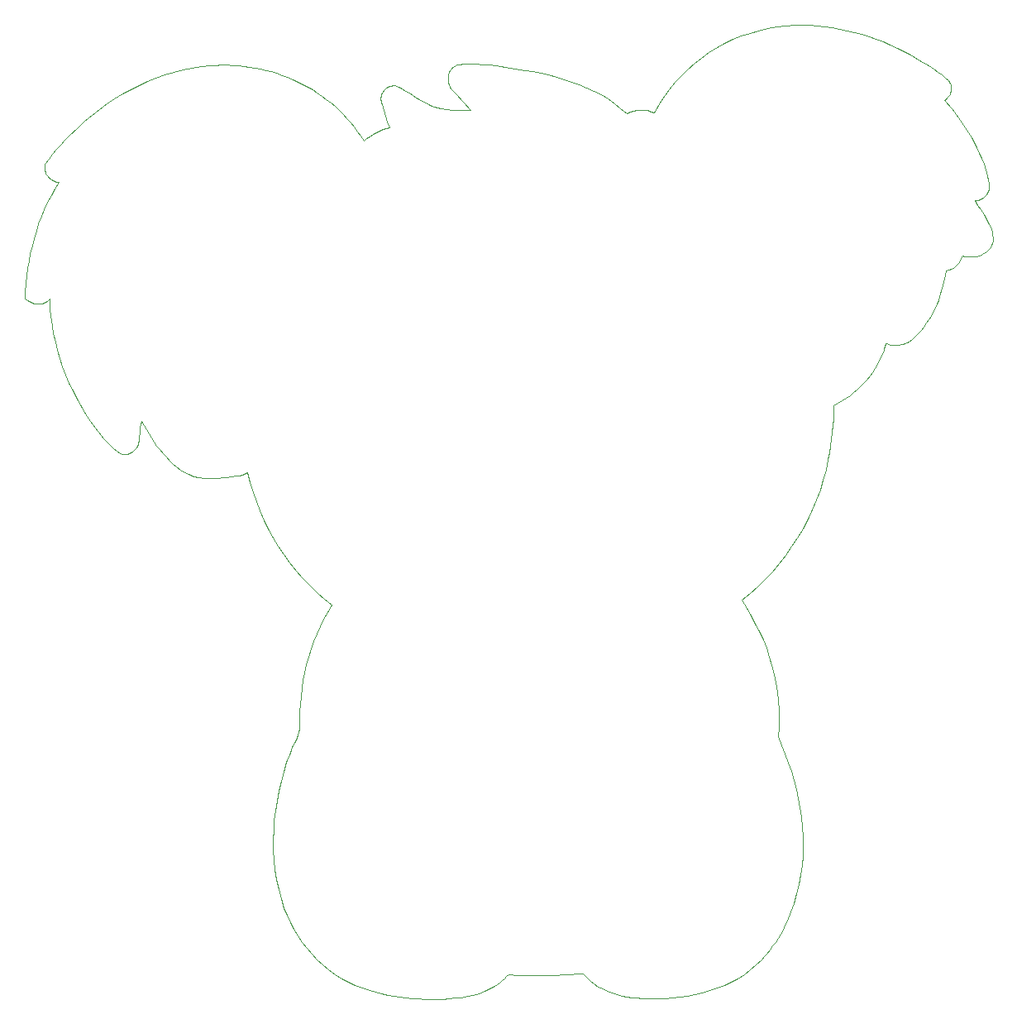
<source format=gbr>
%TF.GenerationSoftware,KiCad,Pcbnew,9.0.6*%
%TF.CreationDate,2025-12-01T23:05:10+01:00*%
%TF.ProjectId,Coala,436f616c-612e-46b6-9963-61645f706362,rev?*%
%TF.SameCoordinates,Original*%
%TF.FileFunction,Profile,NP*%
%FSLAX46Y46*%
G04 Gerber Fmt 4.6, Leading zero omitted, Abs format (unit mm)*
G04 Created by KiCad (PCBNEW 9.0.6) date 2025-12-01 23:05:10*
%MOMM*%
%LPD*%
G01*
G04 APERTURE LIST*
%TA.AperFunction,Profile*%
%ADD10C,0.100000*%
%TD*%
G04 APERTURE END LIST*
D10*
X166393600Y-45519600D02*
X165464500Y-45575600D01*
X165464500Y-45575600D02*
X164540400Y-45684200D01*
X164540400Y-45684200D02*
X163624200Y-45844000D01*
X163624200Y-45844000D02*
X162718200Y-46054100D01*
X162718200Y-46054100D02*
X161825000Y-46313400D01*
X161825000Y-46313400D02*
X160947300Y-46620800D01*
X160947300Y-46620800D02*
X160087600Y-46975200D01*
X160087600Y-46975200D02*
X159248500Y-47375600D01*
X159248500Y-47375600D02*
X158432500Y-47820800D01*
X158432500Y-47820800D02*
X157642300Y-48309800D01*
X157642300Y-48309800D02*
X156880300Y-48841400D01*
X156880300Y-48841400D02*
X156149200Y-49414700D01*
X156149200Y-49414700D02*
X155451500Y-50028500D01*
X155451500Y-50028500D02*
X154789800Y-50681800D01*
X154789800Y-50681800D02*
X154166700Y-51373400D01*
X154166700Y-51373400D02*
X153584800Y-52102400D01*
X153584800Y-52102400D02*
X153149200Y-52670600D01*
X153149200Y-52670600D02*
X152742000Y-53259700D01*
X152742000Y-53259700D02*
X152365100Y-53868500D01*
X152365100Y-53868500D02*
X152020600Y-54496100D01*
X152020600Y-54496100D02*
X151682700Y-54356100D01*
X151682700Y-54356100D02*
X151329900Y-54257200D01*
X151329900Y-54257200D02*
X150967600Y-54200200D01*
X150967600Y-54200200D02*
X150601100Y-54185700D01*
X150601100Y-54185700D02*
X150235900Y-54214400D01*
X150235900Y-54214400D02*
X149877400Y-54287000D01*
X149877400Y-54287000D02*
X149531000Y-54404100D01*
X149531000Y-54404100D02*
X149202200Y-54566400D01*
X149202200Y-54566400D02*
X148582600Y-54016200D01*
X148582600Y-54016200D02*
X147935000Y-53511500D01*
X147935000Y-53511500D02*
X147261400Y-53049800D01*
X147261400Y-53049800D02*
X146564400Y-52628700D01*
X146564400Y-52628700D02*
X145846000Y-52245800D01*
X145846000Y-52245800D02*
X145108700Y-51898700D01*
X145108700Y-51898700D02*
X144354600Y-51585000D01*
X144354600Y-51585000D02*
X143586100Y-51302200D01*
X143586100Y-51302200D02*
X142805500Y-51048000D01*
X142805500Y-51048000D02*
X142014900Y-50819800D01*
X142014900Y-50819800D02*
X141216800Y-50615400D01*
X141216800Y-50615400D02*
X140413300Y-50432300D01*
X140413300Y-50432300D02*
X139606900Y-50268100D01*
X139606900Y-50268100D02*
X138799600Y-50120300D01*
X138799600Y-50120300D02*
X137191900Y-49864500D01*
X137191900Y-49864500D02*
X135844200Y-49684600D01*
X135844200Y-49684600D02*
X135165700Y-49599100D01*
X135165700Y-49599100D02*
X134485900Y-49529300D01*
X134485900Y-49529300D02*
X133806100Y-49485000D01*
X133806100Y-49485000D02*
X133127800Y-49475700D01*
X133127800Y-49475700D02*
X132452100Y-49511000D01*
X132452100Y-49511000D02*
X132115700Y-49548500D01*
X132115700Y-49548500D02*
X131780500Y-49600700D01*
X131780500Y-49600700D02*
X131579400Y-49707500D01*
X131579400Y-49707500D02*
X131405900Y-49840200D01*
X131405900Y-49840200D02*
X131259600Y-49995500D01*
X131259600Y-49995500D02*
X131140300Y-50169900D01*
X131140300Y-50169900D02*
X131047500Y-50359800D01*
X131047500Y-50359800D02*
X130980800Y-50561900D01*
X130980800Y-50561900D02*
X130939900Y-50772600D01*
X130939900Y-50772600D02*
X130924400Y-50988400D01*
X130924400Y-50988400D02*
X130933900Y-51206000D01*
X130933900Y-51206000D02*
X130968000Y-51421800D01*
X130968000Y-51421800D02*
X131026400Y-51632400D01*
X131026400Y-51632400D02*
X131108600Y-51834200D01*
X131108600Y-51834200D02*
X131214400Y-52023900D01*
X131214400Y-52023900D02*
X131343300Y-52197900D01*
X131343300Y-52197900D02*
X131495000Y-52352800D01*
X131495000Y-52352800D02*
X131669000Y-52485100D01*
X131669000Y-52485100D02*
X133260800Y-54175800D01*
X133260800Y-54175800D02*
X132640500Y-54205600D01*
X132640500Y-54205600D02*
X132014500Y-54212600D01*
X132014500Y-54212600D02*
X131387100Y-54188800D01*
X131387100Y-54188800D02*
X130762300Y-54126700D01*
X130762300Y-54126700D02*
X130144300Y-54018400D01*
X130144300Y-54018400D02*
X129839000Y-53944500D01*
X129839000Y-53944500D02*
X129537000Y-53856200D01*
X129537000Y-53856200D02*
X129238800Y-53752600D01*
X129238800Y-53752600D02*
X128944700Y-53632500D01*
X128944700Y-53632500D02*
X128655500Y-53495100D01*
X128655500Y-53495100D02*
X128371500Y-53339500D01*
X128371500Y-53339500D02*
X127999300Y-53143800D01*
X127999300Y-53143800D02*
X127637400Y-52924900D01*
X127637400Y-52924900D02*
X126927300Y-52458000D01*
X126927300Y-52458000D02*
X126570600Y-52230400D01*
X126570600Y-52230400D02*
X126207100Y-52020400D01*
X126207100Y-52020400D02*
X125832400Y-51837900D01*
X125832400Y-51837900D02*
X125442400Y-51693400D01*
X125442400Y-51693400D02*
X125262800Y-51694600D01*
X125262800Y-51694600D02*
X125089100Y-51722100D01*
X125089100Y-51722100D02*
X124922900Y-51773600D01*
X124922900Y-51773600D02*
X124765800Y-51846900D01*
X124765800Y-51846900D02*
X124619500Y-51940000D01*
X124619500Y-51940000D02*
X124485600Y-52050500D01*
X124485600Y-52050500D02*
X124365600Y-52176400D01*
X124365600Y-52176400D02*
X124261100Y-52315400D01*
X124261100Y-52315400D02*
X124173800Y-52465300D01*
X124173800Y-52465300D02*
X124105300Y-52624000D01*
X124105300Y-52624000D02*
X124057100Y-52789300D01*
X124057100Y-52789300D02*
X124030900Y-52959000D01*
X124030900Y-52959000D02*
X124028200Y-53130900D01*
X124028200Y-53130900D02*
X124050700Y-53302800D01*
X124050700Y-53302800D02*
X124100000Y-53472600D01*
X124100000Y-53472600D02*
X124177700Y-53638000D01*
X124177700Y-53638000D02*
X124329300Y-54231100D01*
X124329300Y-54231100D02*
X124506700Y-54817000D01*
X124506700Y-54817000D02*
X124714200Y-55392700D01*
X124714200Y-55392700D02*
X124956100Y-55955100D01*
X124956100Y-55955100D02*
X124593300Y-56064000D01*
X124593300Y-56064000D02*
X124236800Y-56192200D01*
X124236800Y-56192200D02*
X123887600Y-56339400D01*
X123887600Y-56339400D02*
X123546900Y-56505300D01*
X123546900Y-56505300D02*
X123215900Y-56689600D01*
X123215900Y-56689600D02*
X122895600Y-56891900D01*
X122895600Y-56891900D02*
X122587300Y-57112100D01*
X122587300Y-57112100D02*
X122292000Y-57349600D01*
X122292000Y-57349600D02*
X121982000Y-56859500D01*
X121982000Y-56859500D02*
X121653800Y-56383300D01*
X121653800Y-56383300D02*
X121308000Y-55921300D01*
X121308000Y-55921300D02*
X120945400Y-55473600D01*
X120945400Y-55473600D02*
X120566500Y-55040600D01*
X120566500Y-55040600D02*
X120172000Y-54622500D01*
X120172000Y-54622500D02*
X119762600Y-54219300D01*
X119762600Y-54219300D02*
X119338900Y-53831400D01*
X119338900Y-53831400D02*
X118901400Y-53459000D01*
X118901400Y-53459000D02*
X118451000Y-53102300D01*
X118451000Y-53102300D02*
X117988200Y-52761500D01*
X117988200Y-52761500D02*
X117513700Y-52436800D01*
X117513700Y-52436800D02*
X117028000Y-52128400D01*
X117028000Y-52128400D02*
X116531900Y-51836600D01*
X116531900Y-51836600D02*
X116026100Y-51561500D01*
X116026100Y-51561500D02*
X115511000Y-51303400D01*
X115511000Y-51303400D02*
X114987400Y-51062500D01*
X114987400Y-51062500D02*
X114456000Y-50839000D01*
X114456000Y-50839000D02*
X113917300Y-50633100D01*
X113917300Y-50633100D02*
X113372100Y-50445000D01*
X113372100Y-50445000D02*
X112820900Y-50275000D01*
X112820900Y-50275000D02*
X112264400Y-50123200D01*
X112264400Y-50123200D02*
X111703300Y-49990000D01*
X111703300Y-49990000D02*
X111138100Y-49875400D01*
X111138100Y-49875400D02*
X110569600Y-49779700D01*
X110569600Y-49779700D02*
X109998400Y-49703100D01*
X109998400Y-49703100D02*
X109425100Y-49645900D01*
X109425100Y-49645900D02*
X108850300Y-49608200D01*
X108850300Y-49608200D02*
X108274800Y-49590300D01*
X108274800Y-49590300D02*
X107699100Y-49592300D01*
X107699100Y-49592300D02*
X107123900Y-49614500D01*
X107123900Y-49614500D02*
X106549800Y-49657200D01*
X106549800Y-49657200D02*
X105600500Y-49753900D01*
X105600500Y-49753900D02*
X104659400Y-49896900D01*
X104659400Y-49896900D02*
X103727700Y-50085000D01*
X103727700Y-50085000D02*
X102806600Y-50316800D01*
X102806600Y-50316800D02*
X101897400Y-50590700D01*
X101897400Y-50590700D02*
X101001300Y-50905400D01*
X101001300Y-50905400D02*
X100119500Y-51259500D01*
X100119500Y-51259500D02*
X99253300Y-51651600D01*
X99253300Y-51651600D02*
X98403900Y-52080200D01*
X98403900Y-52080200D02*
X97572500Y-52544000D01*
X97572500Y-52544000D02*
X96760400Y-53041500D01*
X96760400Y-53041500D02*
X95968700Y-53571400D01*
X95968700Y-53571400D02*
X95198800Y-54132200D01*
X95198800Y-54132200D02*
X94451800Y-54722500D01*
X94451800Y-54722500D02*
X93729000Y-55341000D01*
X93729000Y-55341000D02*
X93031700Y-55986100D01*
X93031700Y-55986100D02*
X92117000Y-56845700D01*
X92117000Y-56845700D02*
X91665900Y-57286000D01*
X91665900Y-57286000D02*
X91225300Y-57736600D01*
X91225300Y-57736600D02*
X90800000Y-58200000D01*
X90800000Y-58200000D02*
X90394700Y-58678600D01*
X90394700Y-58678600D02*
X90014200Y-59175000D01*
X90014200Y-59175000D02*
X89663100Y-59691400D01*
X89663100Y-59691400D02*
X89612400Y-59866600D01*
X89612400Y-59866600D02*
X89590100Y-60041700D01*
X89590100Y-60041700D02*
X89594300Y-60215000D01*
X89594300Y-60215000D02*
X89622800Y-60385000D01*
X89622800Y-60385000D02*
X89673400Y-60550200D01*
X89673400Y-60550200D02*
X89744100Y-60709000D01*
X89744100Y-60709000D02*
X89832600Y-60859800D01*
X89832600Y-60859800D02*
X89936900Y-61001000D01*
X89936900Y-61001000D02*
X90054700Y-61131100D01*
X90054700Y-61131100D02*
X90184000Y-61248400D01*
X90184000Y-61248400D02*
X90322700Y-61351500D01*
X90322700Y-61351500D02*
X90468500Y-61438700D01*
X90468500Y-61438700D02*
X90619400Y-61508500D01*
X90619400Y-61508500D02*
X90773300Y-61559300D01*
X90773300Y-61559300D02*
X90927900Y-61589600D01*
X90927900Y-61589600D02*
X91081100Y-61597700D01*
X91081100Y-61597700D02*
X90657900Y-62264100D01*
X90657900Y-62264100D02*
X90265500Y-62946600D01*
X90265500Y-62946600D02*
X89902900Y-63643800D01*
X89902900Y-63643800D02*
X89569600Y-64354700D01*
X89569600Y-64354700D02*
X89264800Y-65078100D01*
X89264800Y-65078100D02*
X88987800Y-65812800D01*
X88987800Y-65812800D02*
X88737800Y-66557600D01*
X88737800Y-66557600D02*
X88514100Y-67311300D01*
X88514100Y-67311300D02*
X88316100Y-68072900D01*
X88316100Y-68072900D02*
X88142900Y-68841100D01*
X88142900Y-68841100D02*
X87993800Y-69614700D01*
X87993800Y-69614700D02*
X87868100Y-70392600D01*
X87868100Y-70392600D02*
X87765100Y-71173600D01*
X87765100Y-71173600D02*
X87684100Y-71956500D01*
X87684100Y-71956500D02*
X87624300Y-72740200D01*
X87624300Y-72740200D02*
X87585000Y-73523500D01*
X87585000Y-73523500D02*
X87865700Y-73729900D01*
X87865700Y-73729900D02*
X88184000Y-73892200D01*
X88184000Y-73892200D02*
X88526500Y-74003300D01*
X88526500Y-74003300D02*
X88702600Y-74037300D01*
X88702600Y-74037300D02*
X88879700Y-74055800D01*
X88879700Y-74055800D02*
X89056000Y-74057900D01*
X89056000Y-74057900D02*
X89230000Y-74042600D01*
X89230000Y-74042600D02*
X89399800Y-74009200D01*
X89399800Y-74009200D02*
X89563800Y-73956600D01*
X89563800Y-73956600D02*
X89720300Y-73884000D01*
X89720300Y-73884000D02*
X89867600Y-73790500D01*
X89867600Y-73790500D02*
X90004100Y-73675200D01*
X90004100Y-73675200D02*
X90128000Y-73537100D01*
X90128000Y-73537100D02*
X90165100Y-74425600D01*
X90165100Y-74425600D02*
X90240600Y-75310600D01*
X90240600Y-75310600D02*
X90353600Y-76191000D01*
X90353600Y-76191000D02*
X90503000Y-77065800D01*
X90503000Y-77065800D02*
X90687800Y-77934000D01*
X90687800Y-77934000D02*
X90907100Y-78794500D01*
X90907100Y-78794500D02*
X91159700Y-79646200D01*
X91159700Y-79646200D02*
X91444700Y-80488200D01*
X91444700Y-80488200D02*
X91761000Y-81319400D01*
X91761000Y-81319400D02*
X92107700Y-82138800D01*
X92107700Y-82138800D02*
X92483700Y-82945200D01*
X92483700Y-82945200D02*
X92888000Y-83737700D01*
X92888000Y-83737700D02*
X93319600Y-84515300D01*
X93319600Y-84515300D02*
X93777500Y-85276800D01*
X93777500Y-85276800D02*
X94260600Y-86021200D01*
X94260600Y-86021200D02*
X94767900Y-86747600D01*
X94767900Y-86747600D02*
X95343400Y-87473100D01*
X95343400Y-87473100D02*
X95641800Y-87832200D01*
X95641800Y-87832200D02*
X95951000Y-88181600D01*
X95951000Y-88181600D02*
X96274000Y-88515900D01*
X96274000Y-88515900D02*
X96613400Y-88829900D01*
X96613400Y-88829900D02*
X96972000Y-89118000D01*
X96972000Y-89118000D02*
X97352600Y-89375000D01*
X97352600Y-89375000D02*
X97542500Y-89423100D01*
X97542500Y-89423100D02*
X97731300Y-89441600D01*
X97731300Y-89441600D02*
X97917200Y-89432500D01*
X97917200Y-89432500D02*
X98098600Y-89397800D01*
X98098600Y-89397800D02*
X98273500Y-89339300D01*
X98273500Y-89339300D02*
X98440400Y-89259100D01*
X98440400Y-89259100D02*
X98597300Y-89159100D01*
X98597300Y-89159100D02*
X98742600Y-89041200D01*
X98742600Y-89041200D02*
X98874500Y-88907400D01*
X98874500Y-88907400D02*
X98991200Y-88759700D01*
X98991200Y-88759700D02*
X99091000Y-88600000D01*
X99091000Y-88600000D02*
X99172100Y-88430300D01*
X99172100Y-88430300D02*
X99232800Y-88252500D01*
X99232800Y-88252500D02*
X99271300Y-88068500D01*
X99271300Y-88068500D02*
X99285900Y-87880400D01*
X99285900Y-87880400D02*
X99274700Y-87690100D01*
X99274700Y-87690100D02*
X99340900Y-87252600D01*
X99340900Y-87252600D02*
X99398800Y-86769000D01*
X99398800Y-86769000D02*
X99464500Y-86326300D01*
X99464500Y-86326300D02*
X99505200Y-86147600D01*
X99505200Y-86147600D02*
X99553800Y-86011700D01*
X99553800Y-86011700D02*
X100028500Y-86871800D01*
X100028500Y-86871800D02*
X100539800Y-87728200D01*
X100539800Y-87728200D02*
X100811800Y-88148900D01*
X100811800Y-88148900D02*
X101096000Y-88561600D01*
X101096000Y-88561600D02*
X101393400Y-88963600D01*
X101393400Y-88963600D02*
X101705100Y-89352700D01*
X101705100Y-89352700D02*
X102032100Y-89726400D01*
X102032100Y-89726400D02*
X102375400Y-90082300D01*
X102375400Y-90082300D02*
X102736000Y-90418000D01*
X102736000Y-90418000D02*
X103115000Y-90731100D01*
X103115000Y-90731100D02*
X103513400Y-91019200D01*
X103513400Y-91019200D02*
X103932200Y-91279800D01*
X103932200Y-91279800D02*
X104372400Y-91510500D01*
X104372400Y-91510500D02*
X104835000Y-91709000D01*
X104835000Y-91709000D02*
X105380900Y-91815100D01*
X105380900Y-91815100D02*
X105931000Y-91868600D01*
X105931000Y-91868600D02*
X106484200Y-91880000D01*
X106484200Y-91880000D02*
X107039300Y-91860100D01*
X107039300Y-91860100D02*
X108150000Y-91769000D01*
X108150000Y-91769000D02*
X109253500Y-91680400D01*
X109253500Y-91680400D02*
X109546700Y-91619000D01*
X109546700Y-91619000D02*
X109835000Y-91537300D01*
X109835000Y-91537300D02*
X110399500Y-91336000D01*
X110399500Y-91336000D02*
X110646000Y-92330300D01*
X110646000Y-92330300D02*
X110936400Y-93312500D01*
X110936400Y-93312500D02*
X111269600Y-94281200D01*
X111269600Y-94281200D02*
X111644600Y-95234500D01*
X111644600Y-95234500D02*
X112060400Y-96170900D01*
X112060400Y-96170900D02*
X112516000Y-97088700D01*
X112516000Y-97088700D02*
X113010300Y-97986300D01*
X113010300Y-97986300D02*
X113542400Y-98862000D01*
X113542400Y-98862000D02*
X114111200Y-99714200D01*
X114111200Y-99714200D02*
X114715800Y-100541300D01*
X114715800Y-100541300D02*
X115355000Y-101341500D01*
X115355000Y-101341500D02*
X116027900Y-102113300D01*
X116027900Y-102113300D02*
X116733500Y-102854900D01*
X116733500Y-102854900D02*
X117470800Y-103564800D01*
X117470800Y-103564800D02*
X118238700Y-104241400D01*
X118238700Y-104241400D02*
X119036200Y-104882800D01*
X119036200Y-104882800D02*
X118596700Y-105590200D01*
X118596700Y-105590200D02*
X118189900Y-106314700D01*
X118189900Y-106314700D02*
X117815300Y-107055000D01*
X117815300Y-107055000D02*
X117472600Y-107809800D01*
X117472600Y-107809800D02*
X117161400Y-108577900D01*
X117161400Y-108577900D02*
X116881400Y-109357900D01*
X116881400Y-109357900D02*
X116632200Y-110148600D01*
X116632200Y-110148600D02*
X116413400Y-110948700D01*
X116413400Y-110948700D02*
X116224800Y-111756800D01*
X116224800Y-111756800D02*
X116066000Y-112571800D01*
X116066000Y-112571800D02*
X115936500Y-113392400D01*
X115936500Y-113392400D02*
X115836100Y-114217200D01*
X115836100Y-114217200D02*
X115764400Y-115044900D01*
X115764400Y-115044900D02*
X115721000Y-115874400D01*
X115721000Y-115874400D02*
X115705600Y-116704200D01*
X115705600Y-116704200D02*
X115717800Y-117533200D01*
X115717800Y-117533200D02*
X115647600Y-117857900D01*
X115647600Y-117857900D02*
X115543400Y-118172300D01*
X115543400Y-118172300D02*
X115414700Y-118479400D01*
X115414700Y-118479400D02*
X115271000Y-118782300D01*
X115271000Y-118782300D02*
X114976700Y-119387800D01*
X114976700Y-119387800D02*
X114845000Y-119696700D01*
X114845000Y-119696700D02*
X114736400Y-120013700D01*
X114736400Y-120013700D02*
X114389900Y-120963000D01*
X114389900Y-120963000D02*
X114079900Y-121926900D01*
X114079900Y-121926900D02*
X113807400Y-122903600D01*
X113807400Y-122903600D02*
X113573200Y-123891200D01*
X113573200Y-123891200D02*
X113378500Y-124887800D01*
X113378500Y-124887800D02*
X113224100Y-125891500D01*
X113224100Y-125891500D02*
X113110900Y-126900300D01*
X113110900Y-126900300D02*
X113040100Y-127912400D01*
X113040100Y-127912400D02*
X113012500Y-128925900D01*
X113012500Y-128925900D02*
X113029200Y-129938800D01*
X113029200Y-129938800D02*
X113091100Y-130949300D01*
X113091100Y-130949300D02*
X113199100Y-131955400D01*
X113199100Y-131955400D02*
X113354300Y-132955300D01*
X113354300Y-132955300D02*
X113557600Y-133947000D01*
X113557600Y-133947000D02*
X113809900Y-134929000D01*
X113809900Y-134929000D02*
X114112400Y-135898000D01*
X114112400Y-135898000D02*
X114400300Y-136632000D01*
X114400300Y-136632000D02*
X114729500Y-137349000D01*
X114729500Y-137349000D02*
X115098700Y-138047000D01*
X115098700Y-138047000D02*
X115506500Y-138724000D01*
X115506500Y-138724000D02*
X115951300Y-139377000D01*
X115951300Y-139377000D02*
X116431900Y-140005000D01*
X116431900Y-140005000D02*
X116946700Y-140603000D01*
X116946700Y-140603000D02*
X117494300Y-141171000D01*
X117494300Y-141171000D02*
X118073400Y-141705000D01*
X118073400Y-141705000D02*
X118682500Y-142204000D01*
X118682500Y-142204000D02*
X119320100Y-142665000D01*
X119320100Y-142665000D02*
X119985000Y-143085000D01*
X119985000Y-143085000D02*
X120675600Y-143462000D01*
X120675600Y-143462000D02*
X121390500Y-143795000D01*
X121390500Y-143795000D02*
X122128300Y-144079000D01*
X122128300Y-144079000D02*
X122887600Y-144314000D01*
X122887600Y-144314000D02*
X123494900Y-144484000D01*
X123494900Y-144484000D02*
X124107100Y-144637000D01*
X124107100Y-144637000D02*
X124723700Y-144772000D01*
X124723700Y-144772000D02*
X125344100Y-144890000D01*
X125344100Y-144890000D02*
X125967700Y-144990000D01*
X125967700Y-144990000D02*
X126594100Y-145072000D01*
X126594100Y-145072000D02*
X127222700Y-145138000D01*
X127222700Y-145138000D02*
X127852900Y-145185000D01*
X127852900Y-145185000D02*
X128484200Y-145215000D01*
X128484200Y-145215000D02*
X129116100Y-145228000D01*
X129116100Y-145228000D02*
X129747900Y-145223000D01*
X129747900Y-145223000D02*
X130379200Y-145200000D01*
X130379200Y-145200000D02*
X131009300Y-145160000D01*
X131009300Y-145160000D02*
X131637800Y-145102000D01*
X131637800Y-145102000D02*
X132264200Y-145027000D01*
X132264200Y-145027000D02*
X132887700Y-144934000D01*
X132887700Y-144934000D02*
X133479900Y-144793000D01*
X133479900Y-144793000D02*
X134065900Y-144617000D01*
X134065900Y-144617000D02*
X134639800Y-144402000D01*
X134639800Y-144402000D02*
X135195300Y-144146000D01*
X135195300Y-144146000D02*
X135726400Y-143846000D01*
X135726400Y-143846000D02*
X136227000Y-143500000D01*
X136227000Y-143500000D02*
X136464000Y-143309000D01*
X136464000Y-143309000D02*
X136691000Y-143106000D01*
X136691000Y-143106000D02*
X136907400Y-142889000D01*
X136907400Y-142889000D02*
X137112400Y-142660000D01*
X137112400Y-142660000D02*
X138064700Y-142745000D01*
X138064700Y-142745000D02*
X139018300Y-142793000D01*
X139018300Y-142793000D02*
X139972800Y-142810000D01*
X139972800Y-142810000D02*
X140927700Y-142799000D01*
X140927700Y-142799000D02*
X141882700Y-142767000D01*
X141882700Y-142767000D02*
X142837200Y-142717000D01*
X142837200Y-142717000D02*
X144743200Y-142584000D01*
X144743200Y-142584000D02*
X145095800Y-142978000D01*
X145095800Y-142978000D02*
X145475600Y-143332000D01*
X145475600Y-143332000D02*
X145880200Y-143648000D01*
X145880200Y-143648000D02*
X146307200Y-143928000D01*
X146307200Y-143928000D02*
X146754200Y-144174000D01*
X146754200Y-144174000D02*
X147218800Y-144387000D01*
X147218800Y-144387000D02*
X147698600Y-144571000D01*
X147698600Y-144571000D02*
X148191100Y-144725000D01*
X148191100Y-144725000D02*
X148693900Y-144854000D01*
X148693900Y-144854000D02*
X149204600Y-144958000D01*
X149204600Y-144958000D02*
X149720800Y-145039000D01*
X149720800Y-145039000D02*
X150240000Y-145099000D01*
X150240000Y-145099000D02*
X150760000Y-145140000D01*
X150760000Y-145140000D02*
X151278100Y-145164000D01*
X151278100Y-145164000D02*
X152299400Y-145169000D01*
X152299400Y-145169000D02*
X153075900Y-145146000D01*
X153075900Y-145146000D02*
X153856300Y-145093000D01*
X153856300Y-145093000D02*
X154637700Y-145010000D01*
X154637700Y-145010000D02*
X155417200Y-144894000D01*
X155417200Y-144894000D02*
X156191900Y-144745000D01*
X156191900Y-144745000D02*
X156958800Y-144561000D01*
X156958800Y-144561000D02*
X157714900Y-144341000D01*
X157714900Y-144341000D02*
X158457400Y-144085000D01*
X158457400Y-144085000D02*
X159183200Y-143790000D01*
X159183200Y-143790000D02*
X159889500Y-143456000D01*
X159889500Y-143456000D02*
X160573200Y-143082000D01*
X160573200Y-143082000D02*
X161231600Y-142666000D01*
X161231600Y-142666000D02*
X161861500Y-142207000D01*
X161861500Y-142207000D02*
X162460100Y-141704000D01*
X162460100Y-141704000D02*
X163024400Y-141157000D01*
X163024400Y-141157000D02*
X163292700Y-140866000D01*
X163292700Y-140866000D02*
X163551400Y-140563000D01*
X163551400Y-140563000D02*
X163863500Y-140172000D01*
X163863500Y-140172000D02*
X164160700Y-139773000D01*
X164160700Y-139773000D02*
X164443300Y-139365000D01*
X164443300Y-139365000D02*
X164711300Y-138949000D01*
X164711300Y-138949000D02*
X164965000Y-138525000D01*
X164965000Y-138525000D02*
X165204400Y-138093000D01*
X165204400Y-138093000D02*
X165429800Y-137655000D01*
X165429800Y-137655000D02*
X165641300Y-137209000D01*
X165641300Y-137209000D02*
X166023300Y-136301000D01*
X166023300Y-136301000D02*
X166351400Y-135371000D01*
X166351400Y-135371000D02*
X166627100Y-134422000D01*
X166627100Y-134422000D02*
X166851500Y-133457700D01*
X166851500Y-133457700D02*
X167025900Y-132481300D01*
X167025900Y-132481300D02*
X167151500Y-131495900D01*
X167151500Y-131495900D02*
X167229600Y-130504700D01*
X167229600Y-130504700D02*
X167261300Y-129510700D01*
X167261300Y-129510700D02*
X167248000Y-128517300D01*
X167248000Y-128517300D02*
X167190800Y-127527500D01*
X167190800Y-127527500D02*
X167091000Y-126544600D01*
X167091000Y-126544600D02*
X166949900Y-125571800D01*
X166949900Y-125571800D02*
X166779900Y-124637700D01*
X166779900Y-124637700D02*
X166575400Y-123710800D01*
X166575400Y-123710800D02*
X166337500Y-122791800D01*
X166337500Y-122791800D02*
X166067400Y-121881700D01*
X166067400Y-121881700D02*
X165766300Y-120981200D01*
X165766300Y-120981200D02*
X165435400Y-120091100D01*
X165435400Y-120091100D02*
X165075700Y-119212400D01*
X165075700Y-119212400D02*
X164688500Y-118345700D01*
X164688500Y-118345700D02*
X164767800Y-117424100D01*
X164767800Y-117424100D02*
X164799700Y-116502200D01*
X164799700Y-116502200D02*
X164785300Y-115581400D01*
X164785300Y-115581400D02*
X164726200Y-114663100D01*
X164726200Y-114663100D02*
X164623400Y-113748800D01*
X164623400Y-113748800D02*
X164478300Y-112840100D01*
X164478300Y-112840100D02*
X164292200Y-111938300D01*
X164292200Y-111938300D02*
X164066300Y-111045000D01*
X164066300Y-111045000D02*
X163801900Y-110161600D01*
X163801900Y-110161600D02*
X163500400Y-109289500D01*
X163500400Y-109289500D02*
X163162900Y-108430400D01*
X163162900Y-108430400D02*
X162790800Y-107585500D01*
X162790800Y-107585500D02*
X162385300Y-106756500D01*
X162385300Y-106756500D02*
X161947700Y-105944700D01*
X161947700Y-105944700D02*
X161479400Y-105151700D01*
X161479400Y-105151700D02*
X160981500Y-104378900D01*
X160981500Y-104378900D02*
X161814700Y-103692400D01*
X161814700Y-103692400D02*
X162617400Y-102969700D01*
X162617400Y-102969700D02*
X163388100Y-102212400D01*
X163388100Y-102212400D02*
X164125300Y-101422100D01*
X164125300Y-101422100D02*
X164827500Y-100600500D01*
X164827500Y-100600500D02*
X165493200Y-99749000D01*
X165493200Y-99749000D02*
X166120900Y-98869500D01*
X166120900Y-98869500D02*
X166709100Y-97963300D01*
X166709100Y-97963300D02*
X167256400Y-97032300D01*
X167256400Y-97032300D02*
X167761200Y-96077900D01*
X167761200Y-96077900D02*
X168222000Y-95101700D01*
X168222000Y-95101700D02*
X168637400Y-94105500D01*
X168637400Y-94105500D02*
X169005800Y-93090700D01*
X169005800Y-93090700D02*
X169325800Y-92059100D01*
X169325800Y-92059100D02*
X169595800Y-91012200D01*
X169595800Y-91012200D02*
X169814400Y-89951600D01*
X169814400Y-89951600D02*
X169941600Y-89266000D01*
X169941600Y-89266000D02*
X170052800Y-88577900D01*
X170052800Y-88577900D02*
X170231000Y-87195200D01*
X170231000Y-87195200D02*
X170356500Y-85806300D01*
X170356500Y-85806300D02*
X170436600Y-84414100D01*
X170436600Y-84414100D02*
X170855100Y-84188000D01*
X170855100Y-84188000D02*
X171264600Y-83944800D01*
X171264600Y-83944800D02*
X171664200Y-83684900D01*
X171664200Y-83684900D02*
X172052700Y-83408500D01*
X172052700Y-83408500D02*
X172429000Y-83116100D01*
X172429000Y-83116100D02*
X172792000Y-82807900D01*
X172792000Y-82807900D02*
X173140700Y-82484200D01*
X173140700Y-82484200D02*
X173474000Y-82145300D01*
X173474000Y-82145300D02*
X173790800Y-81791700D01*
X173790800Y-81791700D02*
X174089900Y-81423500D01*
X174089900Y-81423500D02*
X174370300Y-81041100D01*
X174370300Y-81041100D02*
X174631000Y-80644900D01*
X174631000Y-80644900D02*
X174870800Y-80235100D01*
X174870800Y-80235100D02*
X175088700Y-79812100D01*
X175088700Y-79812100D02*
X175283500Y-79376200D01*
X175283500Y-79376200D02*
X175454200Y-78927700D01*
X175454200Y-78927700D02*
X175520900Y-78814200D01*
X175520900Y-78814200D02*
X175567600Y-78665000D01*
X175567600Y-78665000D02*
X175643000Y-78341700D01*
X175643000Y-78341700D02*
X175692900Y-78208600D01*
X175692900Y-78208600D02*
X175725500Y-78158200D01*
X175725500Y-78158200D02*
X175765100Y-78121900D01*
X175765100Y-78121900D02*
X175812800Y-78102400D01*
X175812800Y-78102400D02*
X175870100Y-78102200D01*
X175870100Y-78102200D02*
X175938300Y-78123800D01*
X175938300Y-78123800D02*
X176018600Y-78169900D01*
X176018600Y-78169900D02*
X176233500Y-78228000D01*
X176233500Y-78228000D02*
X176448900Y-78264700D01*
X176448900Y-78264700D02*
X176664100Y-78280800D01*
X176664100Y-78280800D02*
X176878200Y-78277400D01*
X176878200Y-78277400D02*
X177090500Y-78255400D01*
X177090500Y-78255400D02*
X177300100Y-78215600D01*
X177300100Y-78215600D02*
X177506300Y-78159000D01*
X177506300Y-78159000D02*
X177708300Y-78086700D01*
X177708300Y-78086700D02*
X177905300Y-77999400D01*
X177905300Y-77999400D02*
X178095300Y-77898100D01*
X178095300Y-77898100D02*
X178456300Y-77657300D01*
X178456300Y-77657300D02*
X178783300Y-77371700D01*
X178783300Y-77371700D02*
X179071300Y-77048800D01*
X179071300Y-77048800D02*
X179370300Y-76716700D01*
X179370300Y-76716700D02*
X179649300Y-76371000D01*
X179649300Y-76371000D02*
X179909300Y-76012600D01*
X179909300Y-76012600D02*
X180151300Y-75642500D01*
X180151300Y-75642500D02*
X180375300Y-75261700D01*
X180375300Y-75261700D02*
X180583300Y-74871300D01*
X180583300Y-74871300D02*
X180774300Y-74472100D01*
X180774300Y-74472100D02*
X180950300Y-74065300D01*
X180950300Y-74065300D02*
X181112300Y-73651600D01*
X181112300Y-73651600D02*
X181260300Y-73232300D01*
X181260300Y-73232300D02*
X181519300Y-72380200D01*
X181519300Y-72380200D02*
X181731300Y-71516900D01*
X181731300Y-71516900D02*
X181905300Y-70650400D01*
X181905300Y-70650400D02*
X182197300Y-70582200D01*
X182197300Y-70582200D02*
X182469300Y-70467700D01*
X182469300Y-70467700D02*
X182721300Y-70312500D01*
X182721300Y-70312500D02*
X182949300Y-70122100D01*
X182949300Y-70122100D02*
X183150300Y-69902000D01*
X183150300Y-69902000D02*
X183323300Y-69657700D01*
X183323300Y-69657700D02*
X183464300Y-69394900D01*
X183464300Y-69394900D02*
X183571300Y-69119100D01*
X183571300Y-69119100D02*
X183804300Y-69179400D01*
X183804300Y-69179400D02*
X184046300Y-69218500D01*
X184046300Y-69218500D02*
X184294300Y-69236700D01*
X184294300Y-69236700D02*
X184546300Y-69233800D01*
X184546300Y-69233800D02*
X184798300Y-69209800D01*
X184798300Y-69209800D02*
X185047300Y-69164800D01*
X185047300Y-69164800D02*
X185290300Y-69098700D01*
X185290300Y-69098700D02*
X185524300Y-69011500D01*
X185524300Y-69011500D02*
X185746300Y-68903300D01*
X185746300Y-68903300D02*
X185952300Y-68773900D01*
X185952300Y-68773900D02*
X186140300Y-68623500D01*
X186140300Y-68623500D02*
X186307300Y-68451900D01*
X186307300Y-68451900D02*
X186449300Y-68259200D01*
X186449300Y-68259200D02*
X186563300Y-68045400D01*
X186563300Y-68045400D02*
X186647300Y-67810500D01*
X186647300Y-67810500D02*
X186697300Y-67554400D01*
X186697300Y-67554400D02*
X186711300Y-67258300D01*
X186711300Y-67258300D02*
X186692300Y-66970900D01*
X186692300Y-66970900D02*
X186644300Y-66691400D01*
X186644300Y-66691400D02*
X186569300Y-66419200D01*
X186569300Y-66419200D02*
X186472300Y-66153500D01*
X186472300Y-66153500D02*
X186356300Y-65893700D01*
X186356300Y-65893700D02*
X186079300Y-65388800D01*
X186079300Y-65388800D02*
X185766300Y-64899100D01*
X185766300Y-64899100D02*
X185442300Y-64418900D01*
X185442300Y-64418900D02*
X185137300Y-63942700D01*
X185137300Y-63942700D02*
X184876300Y-63464800D01*
X184876300Y-63464800D02*
X185060300Y-63457300D01*
X185060300Y-63457300D02*
X185237300Y-63424800D01*
X185237300Y-63424800D02*
X185406300Y-63369200D01*
X185406300Y-63369200D02*
X185564300Y-63292400D01*
X185564300Y-63292400D02*
X185712300Y-63196600D01*
X185712300Y-63196600D02*
X185847300Y-63083700D01*
X185847300Y-63083700D02*
X185969300Y-62955700D01*
X185969300Y-62955700D02*
X186076300Y-62814600D01*
X186076300Y-62814600D02*
X186166300Y-62662300D01*
X186166300Y-62662300D02*
X186239300Y-62501000D01*
X186239300Y-62501000D02*
X186293300Y-62332400D01*
X186293300Y-62332400D02*
X186327300Y-62158700D01*
X186327300Y-62158700D02*
X186339300Y-61981900D01*
X186339300Y-61981900D02*
X186329300Y-61803800D01*
X186329300Y-61803800D02*
X186295300Y-61626600D01*
X186295300Y-61626600D02*
X186235300Y-61452200D01*
X186235300Y-61452200D02*
X186107300Y-60867100D01*
X186107300Y-60867100D02*
X185951300Y-60290100D01*
X185951300Y-60290100D02*
X185767300Y-59721600D01*
X185767300Y-59721600D02*
X185558300Y-59161700D01*
X185558300Y-59161700D02*
X185325300Y-58610600D01*
X185325300Y-58610600D02*
X185071300Y-58068400D01*
X185071300Y-58068400D02*
X184797300Y-57535200D01*
X184797300Y-57535200D02*
X184504300Y-57011400D01*
X184504300Y-57011400D02*
X184196300Y-56496900D01*
X184196300Y-56496900D02*
X183873300Y-55992100D01*
X183873300Y-55992100D02*
X183537300Y-55497000D01*
X183537300Y-55497000D02*
X183190300Y-55011800D01*
X183190300Y-55011800D02*
X182472300Y-54072000D01*
X182472300Y-54072000D02*
X181731300Y-53173800D01*
X181731300Y-53173800D02*
X181877300Y-53085900D01*
X181877300Y-53085900D02*
X182007300Y-52980600D01*
X182007300Y-52980600D02*
X182120300Y-52860100D01*
X182120300Y-52860100D02*
X182217300Y-52726900D01*
X182217300Y-52726900D02*
X182296300Y-52583100D01*
X182296300Y-52583100D02*
X182358300Y-52431200D01*
X182358300Y-52431200D02*
X182402300Y-52273300D01*
X182402300Y-52273300D02*
X182428300Y-52111800D01*
X182428300Y-52111800D02*
X182434300Y-51949000D01*
X182434300Y-51949000D02*
X182422300Y-51787100D01*
X182422300Y-51787100D02*
X182389300Y-51628600D01*
X182389300Y-51628600D02*
X182336300Y-51475600D01*
X182336300Y-51475600D02*
X182263300Y-51330500D01*
X182263300Y-51330500D02*
X182169300Y-51195500D01*
X182169300Y-51195500D02*
X182053300Y-51073100D01*
X182053300Y-51073100D02*
X181915300Y-50965400D01*
X181915300Y-50965400D02*
X181498300Y-50609500D01*
X181498300Y-50609500D02*
X181060300Y-50281700D01*
X181060300Y-50281700D02*
X180606300Y-49975800D01*
X180606300Y-49975800D02*
X180140300Y-49686000D01*
X180140300Y-49686000D02*
X179191300Y-49130800D01*
X179191300Y-49130800D02*
X178251300Y-48568500D01*
X178251300Y-48568500D02*
X177569300Y-48203500D01*
X177569300Y-48203500D02*
X176876600Y-47857700D01*
X176876600Y-47857700D02*
X176173400Y-47531900D01*
X176173400Y-47531900D02*
X175460400Y-47227100D01*
X175460400Y-47227100D02*
X174738400Y-46944100D01*
X174738400Y-46944100D02*
X174007900Y-46683800D01*
X174007900Y-46683800D02*
X173269800Y-46447000D01*
X173269800Y-46447000D02*
X172524700Y-46234600D01*
X172524700Y-46234600D02*
X171773200Y-46047500D01*
X171773200Y-46047500D02*
X171016100Y-45886600D01*
X171016100Y-45886600D02*
X170254100Y-45752800D01*
X170254100Y-45752800D02*
X169487800Y-45646800D01*
X169487800Y-45646800D02*
X168717900Y-45569600D01*
X168717900Y-45569600D02*
X167945100Y-45522100D01*
X167945100Y-45522100D02*
X167170100Y-45505100D01*
X167170100Y-45505100D02*
X166393600Y-45519500D01*
X166393600Y-45519500D02*
X166393600Y-45519600D01*
X166393600Y-45519600D02*
X166393600Y-45519600D01*
M02*

</source>
